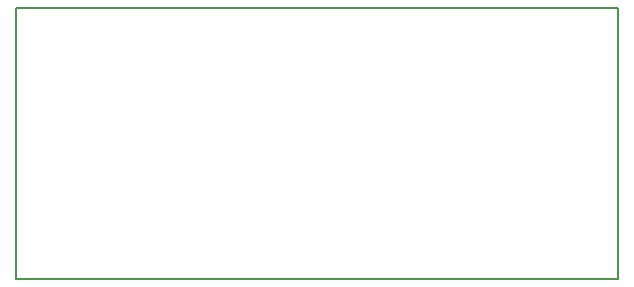
<source format=gbr>
G04 #@! TF.FileFunction,Profile,NP*
%FSLAX46Y46*%
G04 Gerber Fmt 4.6, Leading zero omitted, Abs format (unit mm)*
G04 Created by KiCad (PCBNEW 4.0.7) date 05/01/18 03:54:15*
%MOMM*%
%LPD*%
G01*
G04 APERTURE LIST*
%ADD10C,0.100000*%
%ADD11C,0.150000*%
G04 APERTURE END LIST*
D10*
D11*
X131000000Y-114000000D02*
X131000000Y-91000000D01*
X182000000Y-114000000D02*
X131000000Y-114000000D01*
X182000000Y-91000000D02*
X182000000Y-114000000D01*
X131000000Y-91000000D02*
X182000000Y-91000000D01*
M02*

</source>
